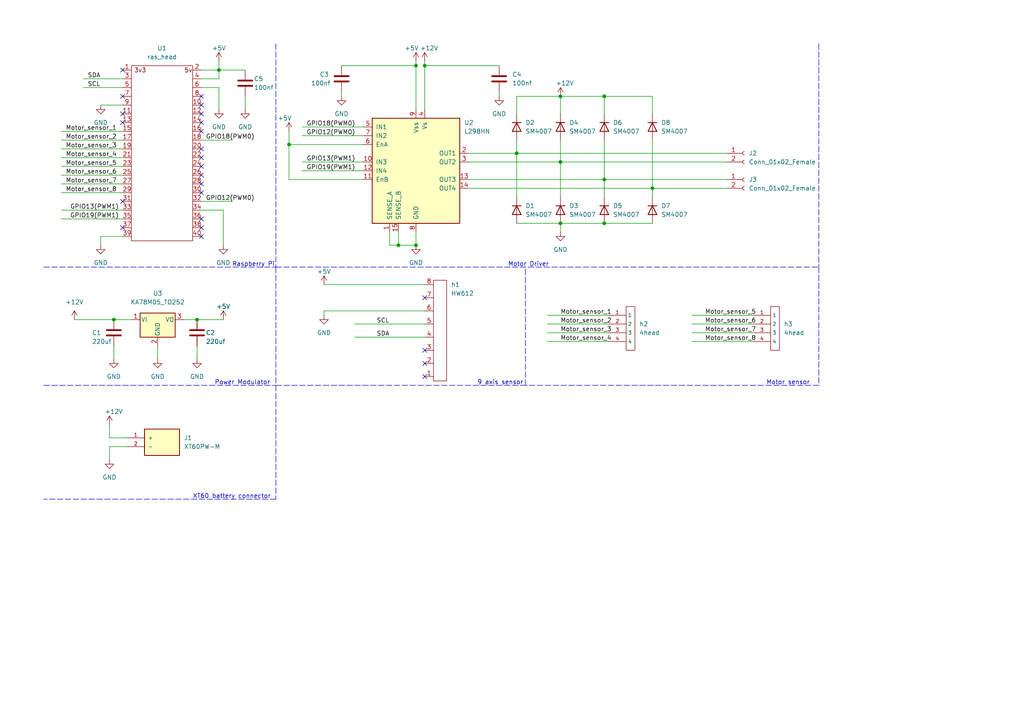
<source format=kicad_sch>
(kicad_sch (version 20211123) (generator eeschema)
  (paper "A4")
  (lib_symbols
    (symbol "4head_1"
      (property "Reference" "h3" (at 2.54 5.0801 0))
      (property "Value" "4head" (at 2.54 2.5401 0))
      (symbol "4head_1_0_0"
        (pin power_out line (at -6.35 7.62 0) (length 5.08) (name "1") (number "1"))
        (pin power_out line (at -6.35 5.08 0) (length 5.08) (name "2") (number "2"))
        (pin power_out line (at -6.35 2.54 0) (length 5.08) (name "3") (number "3"))
        (pin power_out line (at -6.35 0 0) (length 5.08) (name "4") (number "4"))
      )
      (symbol "4head_1_0_1"
        (rectangle (start -1.27 10.16) (end 1.27 -2.54))
      )
    )
    (symbol "Connector:Conn_01x02_Female" (pin_names (offset 1.016) hide)
      (property "Reference" "J" (at 0 2.54 0))
      (property "Value" "Conn_01x02_Female" (at 0 -5.08 0))
      (symbol "Conn_01x02_Female_1_1"
        (arc (start 0 -2.032) (mid -0.508 -2.54) (end 0 -3.048) (stroke (width 0.1524)))
        (polyline (pts (xy -1.27 -2.54) (xy -0.508 -2.54)) (stroke (width 0.1524)))
        (polyline (pts (xy -1.27 0) (xy -0.508 0)) (stroke (width 0.1524)))
        (arc (start 0 0.508) (mid -0.508 0) (end 0 -0.508) (stroke (width 0.1524)))
        (pin passive line (at -5.08 0 0) (length 3.81) (name "Pin_1") (number "1"))
        (pin passive line (at -5.08 -2.54 0) (length 3.81) (name "Pin_2") (number "2"))
      )
    )
    (symbol "Device:C" (pin_numbers hide) (pin_names (offset 0.254))
      (property "Reference" "C" (at 0.635 2.54 0))
      (property "Value" "C" (at 0.635 -2.54 0))
      (symbol "C_0_1"
        (polyline (pts (xy -2.032 -0.762) (xy 2.032 -0.762)) (stroke (width 0.508)))
        (polyline (pts (xy -2.032 0.762) (xy 2.032 0.762)) (stroke (width 0.508)))
      )
      (symbol "C_1_1"
        (pin passive line (at 0 3.81 270) (length 2.794) (name "~") (number "1"))
        (pin passive line (at 0 -3.81 90) (length 2.794) (name "~") (number "2"))
      )
    )
    (symbol "Diode:SM4007" (pin_numbers hide) (pin_names (offset 1.016) hide)
      (property "Reference" "D" (at 0 2.54 0))
      (property "Value" "SM4007" (at 0 -2.54 0))
      (symbol "SM4007_0_1"
        (polyline (pts (xy -1.27 1.27) (xy -1.27 -1.27)) (stroke (width 0.254)))
        (polyline (pts (xy 1.27 0) (xy -1.27 0)))
        (polyline (pts (xy 1.27 1.27) (xy 1.27 -1.27) (xy -1.27 0) (xy 1.27 1.27)) (stroke (width 0.254)))
      )
      (symbol "SM4007_1_1"
        (pin passive line (at -3.81 0 0) (length 2.54) (name "K") (number "1"))
        (pin passive line (at 3.81 0 180) (length 2.54) (name "A") (number "2"))
      )
    )
    (symbol "Driver_Motor:L298HN" (pin_names (offset 1.016))
      (property "Reference" "U" (at -10.16 16.51 0))
      (property "Value" "L298HN" (at 12.7 16.51 0))
      (symbol "L298HN_0_1"
        (rectangle (start -12.7 15.24) (end 12.7 -15.24) (stroke (width 0.254)) (fill (type background)))
      )
      (symbol "L298HN_1_1"
        (pin power_in line (at -7.62 -17.78 90) (length 2.54) (name "SENSE_A") (number "1"))
        (pin input line (at -15.24 2.54 0) (length 2.54) (name "IN3") (number "10"))
        (pin input line (at -15.24 -2.54 0) (length 2.54) (name "EnB") (number "11"))
        (pin input line (at -15.24 0 0) (length 2.54) (name "IN4") (number "12"))
        (pin output line (at 15.24 -2.54 180) (length 2.54) (name "OUT3") (number "13"))
        (pin output line (at 15.24 -5.08 180) (length 2.54) (name "OUT4") (number "14"))
        (pin power_in line (at -5.08 -17.78 90) (length 2.54) (name "SENSE_B") (number "15"))
        (pin output line (at 15.24 5.08 180) (length 2.54) (name "OUT1") (number "2"))
        (pin output line (at 15.24 2.54 180) (length 2.54) (name "OUT2") (number "3"))
        (pin power_in line (at 2.54 17.78 270) (length 2.54) (name "Vs") (number "4"))
        (pin input line (at -15.24 12.7 0) (length 2.54) (name "IN1") (number "5"))
        (pin input line (at -15.24 7.62 0) (length 2.54) (name "EnA") (number "6"))
        (pin input line (at -15.24 10.16 0) (length 2.54) (name "IN2") (number "7"))
        (pin power_in line (at 0 -17.78 90) (length 2.54) (name "GND") (number "8"))
        (pin power_in line (at 0 17.78 270) (length 2.54) (name "Vss") (number "9"))
      )
    )
    (symbol "Regulator_Linear:KA78M05_TO252" (pin_names (offset 0.254))
      (property "Reference" "U" (at -3.81 3.175 0))
      (property "Value" "KA78M05_TO252" (at 0 3.175 0))
      (symbol "KA78M05_TO252_0_1"
        (rectangle (start -5.08 1.905) (end 5.08 -5.08) (stroke (width 0.254)) (fill (type background)))
      )
      (symbol "KA78M05_TO252_1_1"
        (pin power_in line (at -7.62 0 0) (length 2.54) (name "VI") (number "1"))
        (pin power_in line (at 0 -7.62 90) (length 2.54) (name "GND") (number "2"))
        (pin power_out line (at 7.62 0 180) (length 2.54) (name "VO") (number "3"))
      )
    )
    (symbol "XT60PW-M:XT60PW-M" (pin_names (offset 1.016))
      (property "Reference" "J1" (at 6.35 2.5401 0))
      (property "Value" "XT60PW-M" (at 6.35 0.0001 0))
      (symbol "XT60PW-M_0_0"
        (rectangle (start -5.08 -2.54) (end 5.08 5.08) (stroke (width 0.254)) (fill (type background)))
        (pin power_out line (at -10.16 2.54 0) (length 5.08) (name "+") (number "1"))
        (pin power_out line (at -10.16 0 0) (length 5.08) (name "-") (number "2"))
      )
    )
    (symbol "car:car_head_10"
      (property "Reference" "h" (at 1.27 -7.62 0))
      (property "Value" "car_head_10" (at 8.89 -7.62 0))
      (symbol "car_head_10_0_1"
        (rectangle (start 3.81 22.86) (end 7.62 -6.35))
      )
      (symbol "car_head_10_1_1"
        (pin input line (at 1.27 -5.08 0) (length 2.54) (name "") (number "1"))
        (pin input line (at 1.27 -1.27 0) (length 2.54) (name "") (number "2"))
        (pin input line (at 1.27 2.54 0) (length 2.54) (name "") (number "3"))
        (pin input line (at 1.27 6.35 0) (length 2.54) (name "") (number "4"))
        (pin input line (at 1.27 10.16 0) (length 2.54) (name "") (number "5"))
        (pin input line (at 1.27 13.97 0) (length 2.54) (name "") (number "6"))
        (pin input line (at 1.27 17.78 0) (length 2.54) (name "") (number "7"))
        (pin input line (at 1.27 21.59 0) (length 2.54) (name "") (number "8"))
      )
    )
    (symbol "car:ras_head"
      (property "Reference" "U" (at 0 -25.4 0))
      (property "Value" "ras_head" (at 0 0 90))
      (symbol "ras_head_0_0"
        (text "" (at -11.43 0 0) (effects (font (size 1.27 1.27))))
        (text "" (at -11.43 25.4 0) (effects (font (size 1.27 1.27))))
        (text "" (at 13.97 0 0) (effects (font (size 1.27 1.27))))
        (text "" (at 13.97 25.4 0) (effects (font (size 1.27 1.27))))
        (text "3v3" (at -5.08 25.4 0) (effects (font (size 1.27 1.27))))
        (text "5v" (at 8.89 25.4 0) (effects (font (size 1.27 1.27))))
      )
      (symbol "ras_head_0_1"
        (rectangle (start -7.62 26.67) (end 10.16 -24.13))
      )
      (symbol "ras_head_1_1"
        (pin bidirectional line (at -10.16 25.4 0) (length 2.54) (name "") (number "1"))
        (pin bidirectional line (at 12.7 15.24 180) (length 2.54) (name "") (number "10"))
        (pin bidirectional line (at -10.16 12.7 0) (length 2.54) (name "") (number "11"))
        (pin bidirectional line (at 12.7 12.7 180) (length 2.54) (name "") (number "12"))
        (pin bidirectional line (at -10.16 10.16 0) (length 2.54) (name "") (number "13"))
        (pin bidirectional line (at 12.7 10.16 180) (length 2.54) (name "") (number "14"))
        (pin bidirectional line (at -10.16 7.62 0) (length 2.54) (name "") (number "15"))
        (pin bidirectional line (at 12.7 7.62 180) (length 2.54) (name "") (number "16"))
        (pin bidirectional line (at -10.16 5.08 0) (length 2.54) (name "") (number "17"))
        (pin bidirectional line (at 12.7 5.08 180) (length 2.54) (name "") (number "18"))
        (pin bidirectional line (at -10.16 2.54 0) (length 2.54) (name "") (number "19"))
        (pin bidirectional line (at 12.7 25.4 180) (length 2.54) (name "") (number "2"))
        (pin bidirectional line (at 12.7 2.54 180) (length 2.54) (name "") (number "20"))
        (pin bidirectional line (at -10.16 0 0) (length 2.54) (name "") (number "21"))
        (pin bidirectional line (at 12.7 0 180) (length 2.54) (name "") (number "22"))
        (pin bidirectional line (at -10.16 -2.54 0) (length 2.54) (name "") (number "23"))
        (pin bidirectional line (at 12.7 -2.54 180) (length 2.54) (name "") (number "24"))
        (pin bidirectional line (at -10.16 -5.08 0) (length 2.54) (name "") (number "25"))
        (pin bidirectional line (at 12.7 -5.08 180) (length 2.54) (name "") (number "26"))
        (pin bidirectional line (at -10.16 -7.62 0) (length 2.54) (name "") (number "27"))
        (pin bidirectional line (at 12.7 -7.62 180) (length 2.54) (name "") (number "28"))
        (pin bidirectional line (at -10.16 -10.16 0) (length 2.54) (name "") (number "29"))
        (pin bidirectional line (at -10.16 22.86 0) (length 2.54) (name "") (number "3"))
        (pin bidirectional line (at 12.7 -10.16 180) (length 2.54) (name "") (number "30"))
        (pin bidirectional line (at -10.16 -12.7 0) (length 2.54) (name "") (number "31"))
        (pin bidirectional line (at 12.7 -12.7 180) (length 2.54) (name "") (number "32"))
        (pin bidirectional line (at -10.16 -15.24 0) (length 2.54) (name "") (number "33"))
        (pin bidirectional line (at 12.7 -15.24 180) (length 2.54) (name "") (number "34"))
        (pin bidirectional line (at -10.16 -17.78 0) (length 2.54) (name "") (number "35"))
        (pin bidirectional line (at 12.7 -17.78 180) (length 2.54) (name "") (number "36"))
        (pin bidirectional line (at -10.16 -20.32 0) (length 2.54) (name "") (number "37"))
        (pin bidirectional line (at 12.7 -20.32 180) (length 2.54) (name "") (number "38"))
        (pin bidirectional line (at -10.16 -22.86 0) (length 2.54) (name "") (number "39"))
        (pin bidirectional line (at 12.7 22.86 180) (length 2.54) (name "") (number "4"))
        (pin bidirectional line (at 12.7 -22.86 180) (length 2.54) (name "") (number "40"))
        (pin bidirectional line (at -10.16 20.32 0) (length 2.54) (name "") (number "5"))
        (pin bidirectional line (at 12.7 20.32 180) (length 2.54) (name "") (number "6"))
        (pin bidirectional line (at -10.16 17.78 0) (length 2.54) (name "") (number "7"))
        (pin bidirectional line (at 12.7 17.78 180) (length 2.54) (name "") (number "8"))
        (pin bidirectional line (at -10.16 15.24 0) (length 2.54) (name "") (number "9"))
      )
    )
    (symbol "power:+12V" (power) (pin_names (offset 0))
      (property "Value" "+12V" (at 0 3.556 0))
      (symbol "+12V_0_1"
        (polyline (pts (xy -0.762 1.27) (xy 0 2.54)))
        (polyline (pts (xy 0 0) (xy 0 2.54)))
        (polyline (pts (xy 0 2.54) (xy 0.762 1.27)))
      )
      (symbol "+12V_1_1"
        (pin power_in line (at 0 0 90) (length 0) hide (name "+12V") (number "1"))
      )
    )
    (symbol "power:+5V" (power) (pin_names (offset 0))
      (property "Value" "+5V" (at 0 3.556 0))
      (symbol "+5V_0_1"
        (polyline (pts (xy -0.762 1.27) (xy 0 2.54)))
        (polyline (pts (xy 0 0) (xy 0 2.54)))
        (polyline (pts (xy 0 2.54) (xy 0.762 1.27)))
      )
      (symbol "+5V_1_1"
        (pin power_in line (at 0 0 90) (length 0) hide (name "+5V") (number "1"))
      )
    )
    (symbol "power:GND" (power) (pin_names (offset 0))
      (property "Value" "GND" (at 0 -3.81 0))
      (symbol "GND_0_1"
        (polyline (pts (xy 0 0) (xy 0 -1.27) (xy 1.27 -1.27) (xy 0 -2.54) (xy -1.27 -1.27) (xy 0 -1.27)))
      )
      (symbol "GND_1_1"
        (pin power_in line (at 0 0 270) (length 0) hide (name "GND") (number "1"))
      )
    )
  )
  (junction (at 149.86 44.45))
  (junction (at 115.57 71.12))
  (junction (at 123.19 19.05))
  (junction (at 57.15 92.71))
  (junction (at 83.82 41.91))
  (junction (at 189.23 54.61))
  (junction (at 162.56 46.99))
  (junction (at 120.65 71.12))
  (junction (at 162.56 27.94))
  (junction (at 162.56 64.77))
  (junction (at 33.02 92.71))
  (junction (at 120.65 19.05))
  (junction (at 175.26 64.77))
  (junction (at 175.26 27.94))
  (junction (at 63.5 20.32))
  (junction (at 175.26 52.07))
  (no_connect (at 35.56 35.56))
  (no_connect (at 58.42 50.8))
  (no_connect (at 58.42 43.18))
  (no_connect (at 58.42 45.72))
  (no_connect (at 58.42 53.34))
  (no_connect (at 58.42 63.5))
  (no_connect (at 35.56 33.02))
  (no_connect (at 58.42 55.88))
  (no_connect (at 58.42 66.04))
  (no_connect (at 58.42 68.58))
  (no_connect (at 35.56 27.94))
  (no_connect (at 35.56 20.32))
  (no_connect (at 58.42 27.94))
  (no_connect (at 58.42 30.48))
  (no_connect (at 58.42 33.02))
  (no_connect (at 58.42 35.56))
  (no_connect (at 35.56 58.42))
  (no_connect (at 35.56 66.04))
  (no_connect (at 123.19 86.36))
  (no_connect (at 123.19 105.41))
  (no_connect (at 123.19 109.22))
  (no_connect (at 123.19 101.6))
  (no_connect (at 58.42 38.1))
  (no_connect (at 58.42 48.26))
  (wire (pts (xy 144.78 26.67) (xy 144.78 27.94)))
  (wire (pts (xy 162.56 33.02) (xy 162.56 27.94)))
  (wire (pts (xy 64.77 60.96) (xy 58.42 60.96)))
  (wire (pts (xy 58.42 58.42) (xy 67.31 58.42)))
  (wire (pts (xy 45.72 104.14) (xy 45.72 100.33)))
  (wire (pts (xy 29.21 30.48) (xy 35.56 30.48)))
  (wire (pts (xy 162.56 64.77) (xy 162.56 67.31)))
  (wire (pts (xy 115.57 71.12) (xy 120.65 71.12)))
  (wire (pts (xy 189.23 40.64) (xy 189.23 54.61)))
  (wire (pts (xy 99.06 26.67) (xy 99.06 27.94)))
  (wire (pts (xy 87.63 46.99) (xy 105.41 46.99)))
  (wire (pts (xy 24.13 22.86) (xy 35.56 22.86)))
  (wire (pts (xy 149.86 44.45) (xy 210.82 44.45)))
  (polyline (pts (xy 12.7 111.76) (xy 80.01 111.76)))
  (wire (pts (xy 87.63 36.83) (xy 105.41 36.83)))
  (wire (pts (xy 200.66 99.06) (xy 218.44 99.06)))
  (wire (pts (xy 200.66 93.98) (xy 218.44 93.98)))
  (wire (pts (xy 17.78 43.18) (xy 35.56 43.18)))
  (polyline (pts (xy 80.01 77.47) (xy 80.01 111.76)))
  (wire (pts (xy 83.82 41.91) (xy 83.82 38.1)))
  (wire (pts (xy 175.26 52.07) (xy 210.82 52.07)))
  (wire (pts (xy 31.75 127) (xy 31.75 123.19)))
  (wire (pts (xy 21.59 92.71) (xy 33.02 92.71)))
  (wire (pts (xy 149.86 57.15) (xy 149.86 44.45)))
  (wire (pts (xy 71.12 20.32) (xy 63.5 20.32)))
  (wire (pts (xy 93.98 90.17) (xy 93.98 91.44)))
  (wire (pts (xy 149.86 27.94) (xy 162.56 27.94)))
  (wire (pts (xy 63.5 17.78) (xy 63.5 20.32)))
  (wire (pts (xy 33.02 104.14) (xy 33.02 100.33)))
  (wire (pts (xy 17.78 40.64) (xy 35.56 40.64)))
  (wire (pts (xy 29.21 71.12) (xy 29.21 68.58)))
  (wire (pts (xy 17.78 38.1) (xy 35.56 38.1)))
  (wire (pts (xy 149.86 44.45) (xy 135.89 44.45)))
  (polyline (pts (xy 237.49 77.47) (xy 237.49 111.76)))
  (wire (pts (xy 17.78 55.88) (xy 35.56 55.88)))
  (wire (pts (xy 17.78 48.26) (xy 35.56 48.26)))
  (wire (pts (xy 149.86 33.02) (xy 149.86 27.94)))
  (wire (pts (xy 71.12 27.94) (xy 71.12 31.75)))
  (polyline (pts (xy 80.01 77.47) (xy 237.49 77.47)))
  (wire (pts (xy 57.15 92.71) (xy 64.77 92.71)))
  (wire (pts (xy 24.13 25.4) (xy 35.56 25.4)))
  (wire (pts (xy 33.02 92.71) (xy 38.1 92.71)))
  (wire (pts (xy 189.23 57.15) (xy 189.23 54.61)))
  (wire (pts (xy 113.03 71.12) (xy 115.57 71.12)))
  (wire (pts (xy 102.87 93.98) (xy 123.19 93.98)))
  (wire (pts (xy 58.42 22.86) (xy 63.5 22.86)))
  (wire (pts (xy 162.56 46.99) (xy 210.82 46.99)))
  (wire (pts (xy 189.23 33.02) (xy 189.23 27.94)))
  (wire (pts (xy 83.82 52.07) (xy 105.41 52.07)))
  (wire (pts (xy 149.86 40.64) (xy 149.86 44.45)))
  (wire (pts (xy 158.75 93.98) (xy 176.53 93.98)))
  (wire (pts (xy 120.65 71.12) (xy 120.65 67.31)))
  (polyline (pts (xy 80.01 12.7) (xy 80.01 77.47)))
  (wire (pts (xy 63.5 25.4) (xy 63.5 31.75)))
  (wire (pts (xy 120.65 17.78) (xy 120.65 19.05)))
  (wire (pts (xy 158.75 96.52) (xy 176.53 96.52)))
  (wire (pts (xy 123.19 90.17) (xy 93.98 90.17)))
  (wire (pts (xy 162.56 46.99) (xy 135.89 46.99)))
  (wire (pts (xy 31.75 129.54) (xy 31.75 133.35)))
  (wire (pts (xy 123.19 17.78) (xy 123.19 19.05)))
  (wire (pts (xy 200.66 91.44) (xy 218.44 91.44)))
  (polyline (pts (xy 237.49 111.76) (xy 152.4 111.76)))
  (wire (pts (xy 102.87 97.79) (xy 123.19 97.79)))
  (wire (pts (xy 175.26 33.02) (xy 175.26 27.94)))
  (wire (pts (xy 93.98 82.55) (xy 123.19 82.55)))
  (wire (pts (xy 175.26 64.77) (xy 162.56 64.77)))
  (wire (pts (xy 162.56 40.64) (xy 162.56 46.99)))
  (wire (pts (xy 63.5 22.86) (xy 63.5 20.32)))
  (wire (pts (xy 57.15 104.14) (xy 57.15 100.33)))
  (wire (pts (xy 158.75 99.06) (xy 176.53 99.06)))
  (wire (pts (xy 83.82 52.07) (xy 83.82 41.91)))
  (wire (pts (xy 58.42 25.4) (xy 63.5 25.4)))
  (wire (pts (xy 58.42 20.32) (xy 63.5 20.32)))
  (wire (pts (xy 115.57 67.31) (xy 115.57 71.12)))
  (polyline (pts (xy 80.01 111.76) (xy 80.01 144.78)))
  (wire (pts (xy 113.03 67.31) (xy 113.03 71.12)))
  (wire (pts (xy 175.26 27.94) (xy 162.56 27.94)))
  (wire (pts (xy 58.42 40.64) (xy 67.31 40.64)))
  (polyline (pts (xy 237.49 12.7) (xy 237.49 77.47)))
  (wire (pts (xy 175.26 64.77) (xy 189.23 64.77)))
  (wire (pts (xy 135.89 52.07) (xy 175.26 52.07)))
  (wire (pts (xy 162.56 57.15) (xy 162.56 46.99)))
  (wire (pts (xy 17.78 60.96) (xy 35.56 60.96)))
  (wire (pts (xy 87.63 39.37) (xy 105.41 39.37)))
  (wire (pts (xy 123.19 31.75) (xy 123.19 19.05)))
  (wire (pts (xy 36.83 127) (xy 31.75 127)))
  (wire (pts (xy 87.63 49.53) (xy 105.41 49.53)))
  (wire (pts (xy 17.78 45.72) (xy 35.56 45.72)))
  (polyline (pts (xy 12.7 77.47) (xy 80.01 77.47)))
  (wire (pts (xy 189.23 54.61) (xy 210.82 54.61)))
  (wire (pts (xy 99.06 19.05) (xy 120.65 19.05)))
  (wire (pts (xy 17.78 63.5) (xy 35.56 63.5)))
  (wire (pts (xy 189.23 27.94) (xy 175.26 27.94)))
  (wire (pts (xy 135.89 54.61) (xy 189.23 54.61)))
  (wire (pts (xy 120.65 19.05) (xy 120.65 31.75)))
  (polyline (pts (xy 80.01 111.76) (xy 152.4 111.76)))
  (wire (pts (xy 175.26 40.64) (xy 175.26 52.07)))
  (wire (pts (xy 36.83 129.54) (xy 31.75 129.54)))
  (wire (pts (xy 149.86 64.77) (xy 162.56 64.77)))
  (wire (pts (xy 83.82 41.91) (xy 105.41 41.91)))
  (polyline (pts (xy 80.01 144.78) (xy 12.7 144.78)))
  (wire (pts (xy 64.77 71.12) (xy 64.77 60.96)))
  (wire (pts (xy 17.78 50.8) (xy 35.56 50.8)))
  (wire (pts (xy 175.26 57.15) (xy 175.26 52.07)))
  (wire (pts (xy 158.75 91.44) (xy 176.53 91.44)))
  (wire (pts (xy 29.21 68.58) (xy 35.56 68.58)))
  (wire (pts (xy 200.66 96.52) (xy 218.44 96.52)))
  (wire (pts (xy 144.78 19.05) (xy 123.19 19.05)))
  (polyline (pts (xy 152.4 111.76) (xy 152.4 77.47)))
  (wire (pts (xy 17.78 53.34) (xy 35.56 53.34)))
  (wire (pts (xy 53.34 92.71) (xy 57.15 92.71)))
  (text "Motor Driver\n" (at 147.32 77.47 0) (effects (font (size 1.27 1.27)) (justify left bottom)))
  (text "Power Modulator\n" (at 62.23 111.76 0) (effects (font (size 1.27 1.27)) (justify left bottom)))
  (text "9 axis sensor" (at 138.43 111.76 0) (effects (font (size 1.27 1.27)) (justify left bottom)))
  (text "Raspberry Pi\n" (at 67.31 77.47 0) (effects (font (size 1.27 1.27)) (justify left bottom)))
  (text "XT60 battery connector" (at 55.88 144.78 0) (effects (font (size 1.27 1.27)) (justify left bottom)))
  (text "Motor sensor" (at 222.25 111.76 0) (effects (font (size 1.27 1.27)) (justify left bottom)))
  (label "Motor_sensor_6" (at 204.47 93.98 0))
  (label "Motor_sensor_2" (at 162.56 93.98 0))
  (label "GPIO18(PWM0)" (at 88.9 36.83 0))
  (label "Motor_sensor_8" (at 19.05 55.88 0))
  (label "Motor_sensor_6" (at 19.05 50.8 0))
  (label "Motor_sensor_8" (at 204.47 99.06 0))
  (label "Motor_sensor_7" (at 19.05 53.34 0))
  (label "Motor_sensor_5" (at 19.05 48.26 0))
  (label "Motor_sensor_7" (at 204.47 96.52 0))
  (label "SDA" (at 109.22 97.79 0))
  (label "Motor_sensor_5" (at 204.47 91.44 0))
  (label "Motor_sensor_4" (at 162.56 99.06 0))
  (label "Motor_sensor_3" (at 19.05 43.18 0))
  (label "Motor_sensor_2" (at 19.05 40.64 0))
  (label "GPIO18(PWM0)" (at 59.69 40.64 0))
  (label "GPIO19(PWM1)" (at 88.9 49.53 0))
  (label "Motor_sensor_3" (at 162.56 96.52 0))
  (label "GPIO19(PWM1)" (at 20.32 63.5 0))
  (label "GPIO13(PWM1)" (at 20.32 60.96 0))
  (label "GPIO12(PWM0)" (at 59.69 58.42 0))
  (label "Motor_sensor_1" (at 162.56 91.44 0))
  (label "Motor_sensor_4" (at 19.05 45.72 0))
  (label "GPIO12(PWM0)" (at 88.9 39.37 0))
  (label "SDA" (at 25.4 22.86 0))
  (label "SCL" (at 109.22 93.98 0))
  (label "GPIO13(PWM1)" (at 88.9 46.99 0))
  (label "Motor_sensor_1" (at 19.05 38.1 0))
  (label "SCL" (at 25.4 25.4 0))
  (symbol (lib_id "Driver_Motor:L298HN") (at 120.65 49.53 0) (unit 1)
    (property "Reference" "U2" (at 134.62 35.56 0) (effects (justify left)))
    (property "Value" "L298HN" (at 134.62 38.1 0) (effects (justify left)))
    (property "Footprint" "Package_TO_SOT_THT:TO-220-15_P2.54x2.54mm_StaggerOdd_Lead4.58mm_Vertical" (effects hide))
    (property "Datasheet" "http://www.st.com/st-web-ui/static/active/en/resource/technical/document/datasheet/CD00000240.pdf" (effects hide))
  )
  (symbol (lib_id "Diode:SM4007") (at 175.26 60.96 270) (unit 1)
    (property "Reference" "D5" (at 177.8 59.6899 90) (effects (justify left)))
    (property "Value" "SM4007" (at 177.8 62.2299 90) (effects (justify left)))
    (property "Footprint" "Diode_SMD:D_SMA" (effects hide))
    (property "Datasheet" "http://cdn-reichelt.de/documents/datenblatt/A400/SMD1N400%23DIO.pdf" (effects hide))
  )
  (symbol (lib_id "Diode:SM4007") (at 149.86 36.83 270) (unit 1)
    (property "Reference" "D2" (at 152.4 35.5599 90) (effects (justify left)))
    (property "Value" "SM4007" (at 152.4 38.0999 90) (effects (justify left)))
    (property "Footprint" "Diode_SMD:D_SMA" (effects hide))
    (property "Datasheet" "http://cdn-reichelt.de/documents/datenblatt/A400/SMD1N400%23DIO.pdf" (effects hide))
  )
  (symbol (lib_id "power:+5V") (at 64.77 92.71 0) (unit 1)
    (property "Reference" "#PWR0113" (effects hide))
    (property "Value" "+5V" (at 64.77 88.9 0))
  )
  (symbol (lib_id "Diode:SM4007") (at 149.86 60.96 270) (unit 1)
    (property "Reference" "D1" (at 152.4 59.6899 90) (effects (justify left)))
    (property "Value" "SM4007" (at 152.4 62.2299 90) (effects (justify left)))
    (property "Footprint" "Diode_SMD:D_SMA" (effects hide))
    (property "Datasheet" "http://cdn-reichelt.de/documents/datenblatt/A400/SMD1N400%23DIO.pdf" (effects hide))
  )
  (symbol (lib_id "power:GND") (at 64.77 71.12 0) (unit 1)
    (property "Reference" "#PWR0122" (effects hide))
    (property "Value" "GND" (at 64.77 76.2 0))
  )
  (symbol (lib_id "power:+5V") (at 120.65 17.78 0) (unit 1)
    (property "Reference" "#PWR0117" (effects hide))
    (property "Value" "+5V" (at 119.38 13.97 0))
  )
  (symbol (lib_id "Diode:SM4007") (at 175.26 36.83 270) (unit 1)
    (property "Reference" "D6" (at 177.8 35.5599 90) (effects (justify left)))
    (property "Value" "SM4007" (at 177.8 38.0999 90) (effects (justify left)))
    (property "Footprint" "Diode_SMD:D_SMA" (effects hide))
    (property "Datasheet" "http://cdn-reichelt.de/documents/datenblatt/A400/SMD1N400%23DIO.pdf" (effects hide))
  )
  (symbol (lib_id "Device:C") (at 99.06 22.86 0) (unit 1)
    (property "Reference" "C3" (at 92.71 21.59 0) (effects (justify left)))
    (property "Value" "100nf" (at 90.17 24.13 0) (effects (justify left)))
    (property "Footprint" "Capacitor_SMD:C_0805_2012Metric" (effects hide))
  )
  (symbol (lib_name "4head_1") (lib_id "car:4head") (at 182.88 99.06 0) (unit 1)
    (property "Reference" "h2" (at 185.42 93.9799 0) (effects (justify left)))
    (property "Value" "4head" (at 185.42 96.5199 0) (effects (justify left)))
    (property "Footprint" "car:4head" (effects hide))
  )
  (symbol (lib_id "Device:C") (at 33.02 96.52 0) (unit 1)
    (property "Reference" "C1" (at 26.67 96.52 0) (effects (justify left)))
    (property "Value" "220uf" (at 26.67 99.06 0) (effects (justify left)))
    (property "Footprint" "Capacitor_THT:CP_Radial_D8.0mm_P3.80mm" (effects hide))
  )
  (symbol (lib_id "XT60PW-M:XT60PW-M") (at 46.99 129.54 0) (unit 1)
    (property "Reference" "J1" (at 53.34 126.9999 0) (effects (justify left)))
    (property "Value" "XT60PW-M" (at 53.34 129.5399 0) (effects (justify left)))
    (property "Footprint" "Connector_AMASS:AMASS_XT60-M_1x02_P7.20mm_Vertical" (effects hide))
    (property "MAXIMUM_PACKAGE_HEIGHT" "8.4 mm" (effects hide))
    (property "STANDARD" "Manufacturer recommendations" (effects hide))
    (property "PARTREV" "V1.2" (effects hide))
    (property "MANUFACTURER" "AMASS" (effects hide))
  )
  (symbol (lib_id "car:car_head_10") (at 121.92 104.14 0) (unit 1)
    (property "Reference" "h1" (at 130.81 82.55 0) (effects (justify left)))
    (property "Value" "HW612" (at 130.81 85.09 0) (effects (justify left)))
    (property "Footprint" "car:car_head" (effects hide))
  )
  (symbol (lib_id "Regulator_Linear:KA78M05_TO252") (at 45.72 92.71 0) (unit 1)
    (property "Reference" "U3" (at 45.72 85.09 0))
    (property "Value" "KA78M05_TO252" (at 45.72 87.63 0))
    (property "Footprint" "Package_TO_SOT_SMD:TO-252-2" (effects hide))
    (property "Datasheet" "https://www.onsemi.com/pub/Collateral/MC78M00-D.PDF" (effects hide))
  )
  (symbol (lib_id "power:GND") (at 33.02 104.14 0) (unit 1)
    (property "Reference" "#PWR0111" (effects hide))
    (property "Value" "GND" (at 33.02 109.22 0))
  )
  (symbol (lib_id "power:+12V") (at 123.19 17.78 0) (unit 1)
    (property "Reference" "#PWR0107" (effects hide))
    (property "Value" "+12V" (at 124.46 13.97 0))
  )
  (symbol (lib_id "power:GND") (at 57.15 104.14 0) (unit 1)
    (property "Reference" "#PWR0110" (effects hide))
    (property "Value" "GND" (at 57.15 109.22 0))
  )
  (symbol (lib_id "Device:C") (at 71.12 24.13 0) (unit 1)
    (property "Reference" "C5" (at 73.66 22.86 0) (effects (justify left)))
    (property "Value" "100nf" (at 73.66 25.4 0) (effects (justify left)))
    (property "Footprint" "Capacitor_SMD:C_0805_2012Metric" (effects hide))
  )
  (symbol (lib_id "Diode:SM4007") (at 189.23 60.96 270) (unit 1)
    (property "Reference" "D7" (at 191.77 59.6899 90) (effects (justify left)))
    (property "Value" "SM4007" (at 191.77 62.2299 90) (effects (justify left)))
    (property "Footprint" "Diode_SMD:D_SMA" (effects hide))
    (property "Datasheet" "http://cdn-reichelt.de/documents/datenblatt/A400/SMD1N400%23DIO.pdf" (effects hide))
  )
  (symbol (lib_id "power:GND") (at 120.65 71.12 0) (unit 1)
    (property "Reference" "#PWR0102" (effects hide))
    (property "Value" "GND" (at 120.65 76.2 0))
  )
  (symbol (lib_id "Device:C") (at 57.15 96.52 0) (unit 1)
    (property "Reference" "C2" (at 59.69 96.52 0) (effects (justify left)))
    (property "Value" "220uf" (at 59.69 99.06 0) (effects (justify left)))
    (property "Footprint" "Capacitor_THT:CP_Radial_D8.0mm_P3.80mm" (effects hide))
  )
  (symbol (lib_id "car:ras_head") (at 45.72 45.72 0) (unit 1)
    (property "Reference" "U1" (at 46.99 13.97 0))
    (property "Value" "ras_head" (at 46.99 16.51 0))
    (property "Footprint" "car:ras_head" (effects hide))
  )
  (symbol (lib_id "power:GND") (at 99.06 27.94 0) (unit 1)
    (property "Reference" "#PWR0118" (effects hide))
    (property "Value" "GND" (at 99.06 33.02 0))
  )
  (symbol (lib_id "power:GND") (at 93.98 91.44 0) (unit 1)
    (property "Reference" "#PWR0115" (effects hide))
    (property "Value" "GND" (at 93.98 96.52 0))
  )
  (symbol (lib_id "Diode:SM4007") (at 162.56 36.83 270) (unit 1)
    (property "Reference" "D4" (at 165.1 35.5599 90) (effects (justify left)))
    (property "Value" "SM4007" (at 165.1 38.0999 90) (effects (justify left)))
    (property "Footprint" "Diode_SMD:D_SMA" (effects hide))
    (property "Datasheet" "http://cdn-reichelt.de/documents/datenblatt/A400/SMD1N400%23DIO.pdf" (effects hide))
  )
  (symbol (lib_id "power:GND") (at 144.78 27.94 0) (unit 1)
    (property "Reference" "#PWR0116" (effects hide))
    (property "Value" "GND" (at 144.78 33.02 0))
  )
  (symbol (lib_id "power:GND") (at 31.75 133.35 0) (unit 1)
    (property "Reference" "#PWR0120" (effects hide))
    (property "Value" "GND" (at 31.75 138.43 0))
  )
  (symbol (lib_id "power:GND") (at 45.72 104.14 0) (unit 1)
    (property "Reference" "#PWR0112" (effects hide))
    (property "Value" "GND" (at 45.72 109.22 0))
  )
  (symbol (lib_id "power:+12V") (at 162.56 27.94 0) (unit 1)
    (property "Reference" "#PWR0106" (effects hide))
    (property "Value" "+12V" (at 163.83 24.13 0))
  )
  (symbol (lib_id "power:GND") (at 29.21 71.12 0) (unit 1)
    (property "Reference" "#PWR0101" (effects hide))
    (property "Value" "GND" (at 29.21 76.2 0))
  )
  (symbol (lib_id "Connector:Conn_01x02_Female") (at 215.9 44.45 0) (unit 1)
    (property "Reference" "J2" (at 217.17 44.4499 0) (effects (justify left)))
    (property "Value" "Conn_01x02_Female" (at 217.17 46.9899 0) (effects (justify left)))
    (property "Footprint" "car:2_head_connector" (effects hide))
  )
  (symbol (lib_id "power:GND") (at 71.12 31.75 0) (unit 1)
    (property "Reference" "#PWR0108" (effects hide))
    (property "Value" "GND" (at 71.12 36.83 0))
  )
  (symbol (lib_id "power:GND") (at 29.21 30.48 0) (unit 1)
    (property "Reference" "#PWR0103" (effects hide))
    (property "Value" "GND" (at 29.21 35.56 0))
  )
  (symbol (lib_id "Diode:SM4007") (at 189.23 36.83 270) (unit 1)
    (property "Reference" "D8" (at 191.77 35.5599 90) (effects (justify left)))
    (property "Value" "SM4007" (at 191.77 38.0999 90) (effects (justify left)))
    (property "Footprint" "Diode_SMD:D_SMA" (effects hide))
    (property "Datasheet" "http://cdn-reichelt.de/documents/datenblatt/A400/SMD1N400%23DIO.pdf" (effects hide))
  )
  (symbol (lib_id "Diode:SM4007") (at 162.56 60.96 270) (unit 1)
    (property "Reference" "D3" (at 165.1 59.6899 90) (effects (justify left)))
    (property "Value" "SM4007" (at 165.1 62.2299 90) (effects (justify left)))
    (property "Footprint" "Diode_SMD:D_SMA" (effects hide))
    (property "Datasheet" "http://cdn-reichelt.de/documents/datenblatt/A400/SMD1N400%23DIO.pdf" (effects hide))
  )
  (symbol (lib_id "power:GND") (at 63.5 31.75 0) (unit 1)
    (property "Reference" "#PWR0105" (effects hide))
    (property "Value" "GND" (at 63.5 36.83 0))
  )
  (symbol (lib_name "4head_1") (lib_id "car:4head") (at 224.79 99.06 0) (unit 1)
    (property "Reference" "h3" (at 227.33 93.9799 0) (effects (justify left)))
    (property "Value" "4head" (at 227.33 96.5199 0) (effects (justify left)))
    (property "Footprint" "car:4head" (effects hide))
  )
  (symbol (lib_id "power:+5V") (at 83.82 38.1 0) (unit 1)
    (property "Reference" "#PWR0123" (effects hide))
    (property "Value" "+5V" (at 82.55 34.29 0))
  )
  (symbol (lib_id "Device:C") (at 144.78 22.86 0) (unit 1)
    (property "Reference" "C4" (at 148.59 21.5899 0) (effects (justify left)))
    (property "Value" "100nf" (at 148.59 24.1299 0) (effects (justify left)))
    (property "Footprint" "Capacitor_SMD:C_0805_2012Metric" (effects hide))
  )
  (symbol (lib_id "power:+5V") (at 63.5 17.78 0) (unit 1)
    (property "Reference" "#PWR0104" (effects hide))
    (property "Value" "+5V" (at 63.5 13.97 0))
  )
  (symbol (lib_id "power:+5V") (at 93.98 82.55 0) (unit 1)
    (property "Reference" "#PWR0114" (effects hide))
    (property "Value" "+5V" (at 93.98 78.74 0))
  )
  (symbol (lib_id "power:+12V") (at 21.59 92.71 0) (unit 1)
    (property "Reference" "#PWR0109" (effects hide))
    (property "Value" "+12V" (at 21.59 87.63 0))
  )
  (symbol (lib_id "power:+12V") (at 31.75 123.19 0) (unit 1)
    (property "Reference" "#PWR0119" (effects hide))
    (property "Value" "+12V" (at 33.02 119.38 0))
  )
  (symbol (lib_id "Connector:Conn_01x02_Female") (at 215.9 52.07 0) (unit 1)
    (property "Reference" "J3" (at 217.17 52.0699 0) (effects (justify left)))
    (property "Value" "Conn_01x02_Female" (at 217.17 54.6099 0) (effects (justify left)))
    (property "Footprint" "car:2_head_connector" (effects hide))
  )
  (symbol (lib_id "power:GND") (at 162.56 67.31 0) (unit 1)
    (property "Reference" "#PWR0121" (effects hide))
    (property "Value" "GND" (at 162.56 72.39 0))
  )
)
</source>
